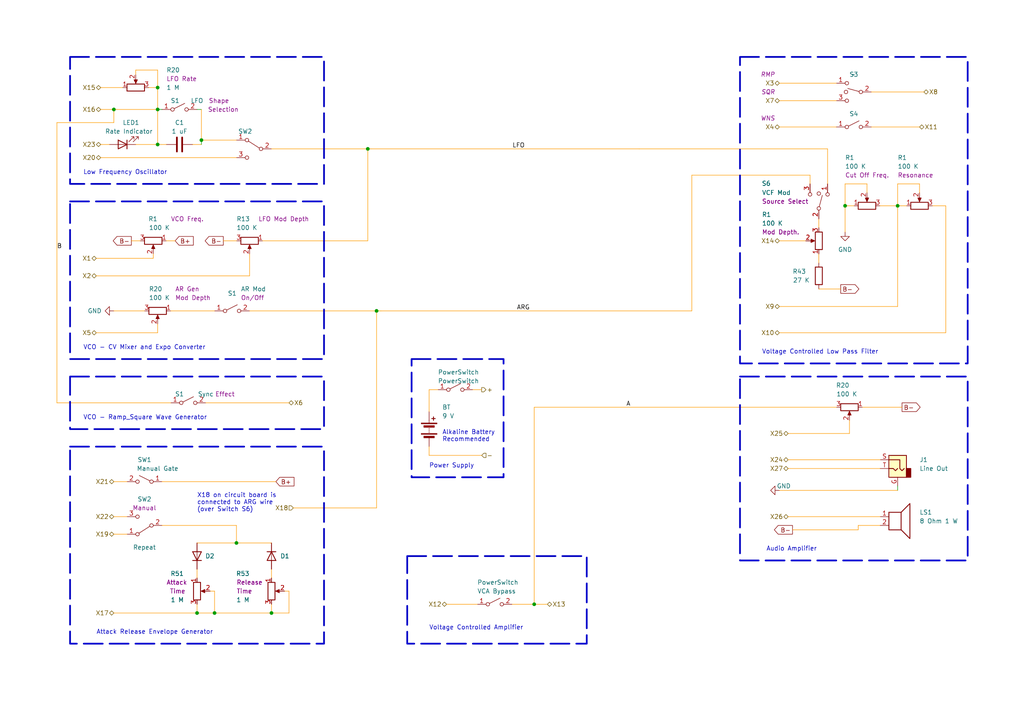
<source format=kicad_sch>
(kicad_sch (version 20230121) (generator eeschema)
  (paper "A4")
  (title_block (title "Front Panel") (rev "0.6") (company "Music From Outer Space LLC") (comment 1 "Licence: CC-BY-NC-SA") (comment 2 "Original Design by Ray Wilson") (comment 3 "http://musicfromouterspace.com/analogsynth_new/NOISETOASTER/NOISETOASTER.php"))
  (lib_symbols
    (symbol "Connector_Audio:AudioJack2_Ground"
      (property "Reference" "J" (at 0 8.89 0))
      (property "Value" "AudioJack2_Ground" (at 0 6.35 0))
      (symbol "AudioJack2_Ground_0_1"
        (rectangle (start -2.54 -2.54) (end -3.81 0) (stroke (width 0.254)) (fill (type outline)))
        (polyline (pts (xy 0 0) (xy 0.635 -0.635) (xy 1.27 0) (xy 2.54 0)) (stroke (width 0.254)))
        (polyline (pts (xy 2.54 2.54) (xy -0.635 2.54) (xy -0.635 0) (xy -1.27 -0.635) (xy -1.905 0)) (stroke (width 0.254)))
        (rectangle (start 2.54 3.81) (end -2.54 -2.54) (stroke (width 0.254)) (fill (type background)))
      )
      (symbol "AudioJack2_Ground_1_1"
        (pin passive line (at 0 -5.08 90) (length 2.54) (name "~") (number "G"))
        (pin passive line (at 5.08 2.54 180) (length 2.54) (name "~") (number "S"))
        (pin passive line (at 5.08 0 180) (length 2.54) (name "~") (number "T"))
      )
    )
    (symbol "Device:Battery" (pin_numbers hide) (pin_names (offset 0) hide)
      (property "Reference" "BT" (at 2.54 2.54 0))
      (property "Value" "Battery" (at 2.54 0 0))
      (symbol "Battery_0_1"
        (rectangle (start -2.286 -1.27) (end 2.286 -1.524) (fill (type outline)))
        (rectangle (start -2.286 1.778) (end 2.286 1.524) (fill (type outline)))
        (rectangle (start -1.524 -2.032) (end 1.524 -2.54) (fill (type outline)))
        (rectangle (start -1.524 1.016) (end 1.524 0.508) (fill (type outline)))
        (polyline (pts (xy 0 -1.016) (xy 0 -0.762)))
        (polyline (pts (xy 0 -0.508) (xy 0 -0.254)))
        (polyline (pts (xy 0 0) (xy 0 0.254)))
        (polyline (pts (xy 0 1.778) (xy 0 2.54)))
        (polyline (pts (xy 0.762 3.048) (xy 1.778 3.048)) (stroke (width 0.254)))
        (polyline (pts (xy 1.27 3.556) (xy 1.27 2.54)) (stroke (width 0.254)))
      )
      (symbol "Battery_1_1"
        (pin passive line (at 0 5.08 270) (length 2.54) (name "+") (number "1"))
        (pin passive line (at 0 -5.08 90) (length 2.54) (name "-") (number "2"))
      )
    )
    (symbol "Device:C" (pin_numbers hide) (pin_names (offset 0.254))
      (property "Reference" "C" (at 0.635 2.54 0))
      (property "Value" "C" (at 0.635 -2.54 0))
      (symbol "C_0_1"
        (polyline (pts (xy -2.032 -0.762) (xy 2.032 -0.762)) (stroke (width 0.508)))
        (polyline (pts (xy -2.032 0.762) (xy 2.032 0.762)) (stroke (width 0.508)))
      )
      (symbol "C_1_1"
        (pin passive line (at 0 3.81 270) (length 2.794) (name "~") (number "1"))
        (pin passive line (at 0 -3.81 90) (length 2.794) (name "~") (number "2"))
      )
    )
    (symbol "Device:D" (pin_numbers hide) (pin_names (offset 1.016) hide)
      (property "Reference" "D" (at 0 2.54 0))
      (property "Value" "D" (at 0 -2.54 0))
      (symbol "D_0_1"
        (polyline (pts (xy -1.27 1.27) (xy -1.27 -1.27)) (stroke (width 0.254)))
        (polyline (pts (xy 1.27 0) (xy -1.27 0)))
        (polyline (pts (xy 1.27 1.27) (xy 1.27 -1.27) (xy -1.27 0) (xy 1.27 1.27)) (stroke (width 0.254)))
      )
      (symbol "D_1_1"
        (pin passive line (at -3.81 0 0) (length 2.54) (name "K") (number "1"))
        (pin passive line (at 3.81 0 180) (length 2.54) (name "A") (number "2"))
      )
    )
    (symbol "Device:LED" (pin_numbers hide) (pin_names (offset 1.016) hide)
      (property "Reference" "D" (at 0 2.54 0))
      (property "Value" "LED" (at 0 -2.54 0))
      (symbol "LED_0_1"
        (polyline (pts (xy -1.27 -1.27) (xy -1.27 1.27)) (stroke (width 0.254)))
        (polyline (pts (xy -1.27 0) (xy 1.27 0)))
        (polyline (pts (xy 1.27 -1.27) (xy 1.27 1.27) (xy -1.27 0) (xy 1.27 -1.27)) (stroke (width 0.254)))
        (polyline (pts (xy -3.048 -0.762) (xy -4.572 -2.286) (xy -3.81 -2.286) (xy -4.572 -2.286) (xy -4.572 -1.524)))
        (polyline (pts (xy -1.778 -0.762) (xy -3.302 -2.286) (xy -2.54 -2.286) (xy -3.302 -2.286) (xy -3.302 -1.524)))
      )
      (symbol "LED_1_1"
        (pin passive line (at -3.81 0 0) (length 2.54) (name "K") (number "1"))
        (pin passive line (at 3.81 0 180) (length 2.54) (name "A") (number "2"))
      )
    )
    (symbol "Device:R" (pin_numbers hide) (pin_names (offset 0))
      (property "Reference" "R" (at 2.032 0 90))
      (property "Value" "R" (at 0 0 90))
      (symbol "R_0_1"
        (rectangle (start -1.016 -2.54) (end 1.016 2.54) (stroke (width 0.254)))
      )
      (symbol "R_1_1"
        (pin passive line (at 0 3.81 270) (length 1.27) (name "~") (number "1"))
        (pin passive line (at 0 -3.81 90) (length 1.27) (name "~") (number "2"))
      )
    )
    (symbol "Device:R_Potentiometer" (pin_names (offset 1.016) hide)
      (property "Reference" "RV" (at -4.445 0 90))
      (property "Value" "R_Potentiometer" (at -2.54 0 90))
      (symbol "R_Potentiometer_0_1"
        (polyline (pts (xy 2.54 0) (xy 1.524 0)))
        (polyline (pts (xy 1.143 0) (xy 2.286 0.508) (xy 2.286 -0.508) (xy 1.143 0)) (fill (type outline)))
        (rectangle (start 1.016 2.54) (end -1.016 -2.54) (stroke (width 0.254)))
      )
      (symbol "R_Potentiometer_1_1"
        (pin passive line (at 0 3.81 270) (length 1.27) (name "1") (number "1"))
        (pin passive line (at 3.81 0 180) (length 1.27) (name "2") (number "2"))
        (pin passive line (at 0 -3.81 90) (length 1.27) (name "3") (number "3"))
      )
    )
    (symbol "Device:Speaker" (pin_names (offset 0) hide)
      (property "Reference" "LS" (at 1.27 5.715 0))
      (property "Value" "Speaker" (at 1.27 3.81 0))
      (symbol "Speaker_0_0"
        (rectangle (start -2.54 1.27) (end 1.016 -3.81) (stroke (width 0.254)))
        (polyline (pts (xy 1.016 1.27) (xy 3.556 3.81) (xy 3.556 -6.35) (xy 1.016 -3.81)) (stroke (width 0.254)))
      )
      (symbol "Speaker_1_1"
        (pin input line (at -5.08 0 0) (length 2.54) (name "1") (number "1"))
        (pin input line (at -5.08 -2.54 0) (length 2.54) (name "2") (number "2"))
      )
    )
    (symbol "Switch:SW_SPDT" (pin_names (offset 0) hide)
      (property "Reference" "SW" (at 0 4.318 0))
      (property "Value" "SW_SPDT" (at 0 -5.08 0))
      (symbol "SW_SPDT_0_0"
        (circle (center -2.032 0) (radius 0.508))
        (circle (center 2.032 -2.54) (radius 0.508))
      )
      (symbol "SW_SPDT_0_1"
        (polyline (pts (xy -1.524 0.254) (xy 1.651 2.286)))
        (circle (center 2.032 2.54) (radius 0.508))
      )
      (symbol "SW_SPDT_1_1"
        (pin passive line (at 5.08 2.54 180) (length 2.54) (name "A") (number "1"))
        (pin passive line (at -5.08 0 0) (length 2.54) (name "B") (number "2"))
        (pin passive line (at 5.08 -2.54 180) (length 2.54) (name "C") (number "3"))
      )
    )
    (symbol "Switch:SW_SPDT_MSM" (pin_names (offset 0) hide)
      (property "Reference" "SW" (at 0 5.08 0))
      (property "Value" "SW_SPDT_MSM" (at 0 -5.08 0))
      (symbol "SW_SPDT_MSM_0_0"
        (circle (center -2.032 0) (radius 0.508))
        (polyline (pts (xy -1.524 0.127) (xy 1.778 1.016)))
        (circle (center 2.032 -2.54) (radius 0.508))
      )
      (symbol "SW_SPDT_MSM_0_1"
        (circle (center 2.032 2.54) (radius 0.508))
        (circle (center 2.286 0) (radius 0.508))
      )
      (symbol "SW_SPDT_MSM_1_1"
        (pin passive line (at 5.08 2.54 180) (length 2.54) (name "1") (number "1"))
        (pin passive line (at -5.08 0 0) (length 2.54) (name "2") (number "2"))
        (pin passive line (at 5.08 -2.54 180) (length 2.54) (name "3") (number "3"))
      )
    )
    (symbol "Switch:SW_SPST" (pin_names (offset 0) hide)
      (property "Reference" "SW" (at 0 3.175 0))
      (property "Value" "SW_SPST" (at 0 -2.54 0))
      (symbol "SW_SPST_0_0"
        (circle (center -2.032 0) (radius 0.508))
        (polyline (pts (xy -1.524 0.254) (xy 1.524 1.778)))
        (circle (center 2.032 0) (radius 0.508))
      )
      (symbol "SW_SPST_1_1"
        (pin passive line (at -5.08 0 0) (length 2.54) (name "A") (number "1"))
        (pin passive line (at 5.08 0 180) (length 2.54) (name "B") (number "2"))
      )
    )
    (symbol "power:GND" (power) (pin_names (offset 0))
      (property "Value" "GND" (at 0 -3.81 0))
      (symbol "GND_0_1"
        (polyline (pts (xy 0 0) (xy 0 -1.27) (xy 1.27 -1.27) (xy 0 -2.54) (xy -1.27 -1.27) (xy 0 -1.27)))
      )
      (symbol "GND_1_1"
        (pin power_in line (at 0 0 270) (length 0) hide (name "GND") (number "1"))
      )
    )
  )
  (junction (at 45.72 25.4))
  (junction (at 245.11 59.69))
  (junction (at 45.72 31.75))
  (junction (at 109.22 90.17))
  (junction (at 45.72 41.91))
  (junction (at 33.02 31.75))
  (junction (at 68.58 157.48))
  (junction (at 58.42 40.64))
  (junction (at 62.23 177.8))
  (junction (at 57.15 177.8))
  (junction (at 78.74 177.8))
  (junction (at 260.35 59.69))
  (junction (at 106.68 43.18))
  (junction (at 154.94 175.26))
  (wire (pts (xy 226.06 69.85) (xy 233.68 69.85)) (stroke (width 0) (color 255 153 0 1)))
  (wire (pts (xy 185.42 43.18) (xy 106.68 43.18)) (stroke (width 0) (color 255 153 0 1)))
  (wire (pts (xy 72.39 90.17) (xy 109.22 90.17)) (stroke (width 0) (color 255 157 0 1)))
  (wire (pts (xy 59.69 116.84) (xy 83.82 116.84)) (stroke (width 0) (color 255 153 0 1)))
  (wire (pts (xy 83.82 171.45) (xy 83.82 177.8)) (stroke (width 0) (color 255 153 0 1)))
  (wire (pts (xy 76.2 69.85) (xy 106.68 69.85)) (stroke (width 0) (color 255 157 0 1)))
  (wire (pts (xy 62.23 177.8) (xy 78.74 177.8)) (stroke (width 0) (color 255 153 0 1)))
  (wire (pts (xy 68.58 157.48) (xy 78.74 157.48)) (stroke (width 0) (color 255 153 0 1)))
  (wire (pts (xy 27.94 80.01) (xy 72.39 80.01)) (stroke (width 0) (color 255 153 0 1)))
  (wire (pts (xy 27.94 74.93) (xy 44.45 74.93)) (stroke (width 0) (color 255 153 0 1)))
  (wire (pts (xy 109.22 147.32) (xy 109.22 90.17)) (stroke (width 0) (color 255 157 0 1)))
  (wire (pts (xy 33.02 31.75) (xy 33.02 35.56)) (stroke (width 0) (color 255 157 0 1)))
  (wire (pts (xy 237.49 73.66) (xy 237.49 76.2)) (stroke (width 0) (color 255 153 0 1)))
  (wire (pts (xy 60.96 171.45) (xy 62.23 171.45)) (stroke (width 0) (color 255 153 0 1)))
  (wire (pts (xy 240.03 43.18) (xy 240.03 53.34)) (stroke (width 0) (color 255 153 0 1)))
  (wire (pts (xy 57.15 31.75) (xy 58.42 31.75)))
  (wire (pts (xy 226.06 96.52) (xy 274.32 96.52)) (stroke (width 0) (color 255 153 0 1)))
  (wire (pts (xy 82.55 171.45) (xy 83.82 171.45)) (stroke (width 0) (color 255 153 0 1)))
  (wire (pts (xy 154.94 118.11) (xy 242.57 118.11)) (stroke (width 0) (color 255 157 0 1)))
  (wire (pts (xy 226.06 24.13) (xy 242.57 24.13)) (stroke (width 0) (color 255 153 0 1)))
  (wire (pts (xy 226.06 142.24) (xy 260.35 142.24)) (stroke (width 0) (color 255 153 0 1)))
  (wire (pts (xy 270.51 59.69) (xy 274.32 59.69)) (stroke (width 0) (color 255 153 0 1)))
  (wire (pts (xy 226.06 29.21) (xy 242.57 29.21)) (stroke (width 0) (color 255 153 0 1)))
  (wire (pts (xy 110.49 90.17) (xy 200.66 90.17)) (stroke (width 0) (color 255 153 0 1)))
  (wire (pts (xy 228.6 133.35) (xy 255.27 133.35)) (stroke (width 0) (color 255 153 0 1)))
  (wire (pts (xy 78.74 177.8) (xy 83.82 177.8)) (stroke (width 0) (color 255 153 0 1)))
  (wire (pts (xy 78.74 43.18) (xy 106.68 43.18)) (stroke (width 0) (color 255 157 0 1)))
  (wire (pts (xy 68.58 69.85) (xy 64.77 69.85)) (stroke (width 0) (color 255 153 0 1)))
  (wire (pts (xy 129.54 175.26) (xy 138.43 175.26)) (stroke (width 0) (color 255 153 0 1)))
  (wire (pts (xy 200.66 50.8) (xy 234.95 50.8)) (stroke (width 0) (color 255 157 0 1)))
  (wire (pts (xy 33.02 177.8) (xy 57.15 177.8)) (stroke (width 0) (color 255 153 0 1)))
  (wire (pts (xy 248.92 153.67) (xy 248.92 152.4)) (stroke (width 0) (color 255 153 0 1)))
  (wire (pts (xy 16.51 116.84) (xy 49.53 116.84)) (stroke (width 0) (color 255 157 0 1)))
  (wire (pts (xy 45.72 25.4) (xy 43.18 25.4)) (stroke (width 0) (color 255 153 0 1)))
  (wire (pts (xy 248.92 152.4) (xy 255.27 152.4)) (stroke (width 0) (color 255 153 0 1)))
  (wire (pts (xy 62.23 171.45) (xy 62.23 177.8)) (stroke (width 0) (color 255 153 0 1)))
  (wire (pts (xy 33.02 90.17) (xy 41.91 90.17)) (stroke (width 0) (color 255 153 0 1)))
  (wire (pts (xy 185.42 43.18) (xy 240.03 43.18)) (stroke (width 0) (color 255 157 0 1)))
  (wire (pts (xy 58.42 31.75) (xy 58.42 40.64)) (stroke (width 0) (color 255 153 0 1)))
  (wire (pts (xy 226.06 88.9) (xy 260.35 88.9)) (stroke (width 0) (color 255 153 0 1)))
  (wire (pts (xy 39.37 21.59) (xy 39.37 20.32)) (stroke (width 0) (color 255 153 0 1)))
  (wire (pts (xy 39.37 41.91) (xy 45.72 41.91)) (stroke (width 0) (color 255 153 0 1)))
  (wire (pts (xy 237.49 83.82) (xy 243.84 83.82)) (stroke (width 0) (color 255 153 0 1)))
  (wire (pts (xy 148.59 175.26) (xy 154.94 175.26)) (stroke (width 0) (color 255 153 0 1)))
  (wire (pts (xy 226.06 36.83) (xy 242.57 36.83)) (stroke (width 0) (color 255 153 0 1)))
  (wire (pts (xy 248.92 153.67) (xy 229.87 153.67)) (stroke (width 0) (color 255 153 0 1)))
  (wire (pts (xy 45.72 96.52) (xy 45.72 93.98)) (stroke (width 0) (color 255 153 0 1)))
  (wire (pts (xy 46.99 152.4) (xy 68.58 152.4)) (stroke (width 0) (color 255 153 0 1)))
  (wire (pts (xy 124.46 113.03) (xy 127 113.03)) (stroke (width 0) (color 255 153 0 1)))
  (wire (pts (xy 45.72 25.4) (xy 45.72 31.75)) (stroke (width 0) (color 255 153 0 1)))
  (wire (pts (xy 228.6 135.89) (xy 255.27 135.89)) (stroke (width 0) (color 255 153 0 1)))
  (wire (pts (xy 78.74 165.1) (xy 78.74 167.64)) (stroke (width 0) (color 255 153 0 1)))
  (wire (pts (xy 78.74 175.26) (xy 78.74 177.8)) (stroke (width 0) (color 255 153 0 1)))
  (wire (pts (xy 245.11 53.34) (xy 245.11 59.69)) (stroke (width 0) (color 255 153 0 1)))
  (wire (pts (xy 45.72 31.75) (xy 46.99 31.75)))
  (wire (pts (xy 57.15 177.8) (xy 62.23 177.8)) (stroke (width 0) (color 255 153 0 1)))
  (wire (pts (xy 33.02 149.86) (xy 36.83 149.86)) (stroke (width 0) (color 255 153 0 1)))
  (wire (pts (xy 58.42 40.64) (xy 68.58 40.64)) (stroke (width 0) (color 255 153 0 1)))
  (wire (pts (xy 274.32 96.52) (xy 274.32 59.69)) (stroke (width 0) (color 255 153 0 1)))
  (wire (pts (xy 72.39 80.01) (xy 72.39 73.66)) (stroke (width 0) (color 255 153 0 1)))
  (wire (pts (xy 46.99 139.7) (xy 80.01 139.7)) (stroke (width 0) (color 255 153 0 1)))
  (wire (pts (xy 58.42 41.91) (xy 55.88 41.91)) (stroke (width 0) (color 255 153 0 1)))
  (wire (pts (xy 260.35 88.9) (xy 260.35 59.69)) (stroke (width 0) (color 255 153 0 1)))
  (wire (pts (xy 16.51 35.56) (xy 16.51 116.84)) (stroke (width 0) (color 255 157 0 1)))
  (wire (pts (xy 228.6 149.86) (xy 255.27 149.86)) (stroke (width 0) (color 255 153 0 1)))
  (wire (pts (xy 45.72 31.75) (xy 45.72 41.91)) (stroke (width 0) (color 255 153 0 1)))
  (wire (pts (xy 57.15 165.1) (xy 57.15 167.64)) (stroke (width 0) (color 255 153 0 1)))
  (wire (pts (xy 29.21 45.72) (xy 68.58 45.72)) (stroke (width 0) (color 255 153 0 1)))
  (wire (pts (xy 251.46 53.34) (xy 245.11 53.34)) (stroke (width 0) (color 255 153 0 1)))
  (wire (pts (xy 85.09 147.32) (xy 109.22 147.32)) (stroke (width 0) (color 255 157 0 1)))
  (wire (pts (xy 260.35 59.69) (xy 262.89 59.69)) (stroke (width 0) (color 255 153 0 1)))
  (wire (pts (xy 200.66 50.8) (xy 200.66 90.17)) (stroke (width 0) (color 255 157 0 1)))
  (wire (pts (xy 124.46 119.38) (xy 124.46 113.03)) (stroke (width 0) (color 255 153 0 1)))
  (wire (pts (xy 266.7 55.88) (xy 266.7 53.34)) (stroke (width 0) (color 255 153 0 1)))
  (wire (pts (xy 251.46 55.88) (xy 251.46 53.34)) (stroke (width 0) (color 255 153 0 1)))
  (wire (pts (xy 234.95 50.8) (xy 234.95 53.34)) (stroke (width 0) (color 255 153 0 1)))
  (wire (pts (xy 245.11 59.69) (xy 245.11 67.31)) (stroke (width 0) (color 255 153 0 1)))
  (wire (pts (xy 29.21 41.91) (xy 31.75 41.91)) (stroke (width 0) (color 255 153 0 1)))
  (wire (pts (xy 246.38 125.73) (xy 246.38 121.92)) (stroke (width 0) (color 255 153 0 1)))
  (wire (pts (xy 68.58 152.4) (xy 68.58 157.48)) (stroke (width 0) (color 255 153 0 1)))
  (wire (pts (xy 106.68 43.18) (xy 106.68 69.85)) (stroke (width 0) (color 255 157 0 1)))
  (wire (pts (xy 57.15 157.48) (xy 68.58 157.48)) (stroke (width 0) (color 255 153 0 1)))
  (wire (pts (xy 27.94 96.52) (xy 45.72 96.52)) (stroke (width 0) (color 255 153 0 1)))
  (wire (pts (xy 33.02 35.56) (xy 16.51 35.56)) (stroke (width 0) (color 255 157 0 1)))
  (wire (pts (xy 266.7 53.34) (xy 260.35 53.34)) (stroke (width 0) (color 255 153 0 1)))
  (wire (pts (xy 50.8 69.85) (xy 48.26 69.85)) (stroke (width 0) (color 255 153 0 1)))
  (wire (pts (xy 252.73 26.67) (xy 267.97 26.67)) (stroke (width 0) (color 255 153 0 1)))
  (wire (pts (xy 33.02 154.94) (xy 36.83 154.94)) (stroke (width 0) (color 255 153 0 1)))
  (wire (pts (xy 109.22 90.17) (xy 110.49 90.17)) (stroke (width 0) (color 255 157 0 1)))
  (wire (pts (xy 154.94 175.26) (xy 158.75 175.26)) (stroke (width 0) (color 255 157 0 1)))
  (wire (pts (xy 57.15 175.26) (xy 57.15 177.8)) (stroke (width 0) (color 255 153 0 1)))
  (wire (pts (xy 40.64 69.85) (xy 38.1 69.85)) (stroke (width 0) (color 255 153 0 1)))
  (wire (pts (xy 124.46 132.08) (xy 139.7 132.08)) (stroke (width 0) (color 255 153 0 1)))
  (wire (pts (xy 252.73 36.83) (xy 266.7 36.83)) (stroke (width 0) (color 255 153 0 1)))
  (wire (pts (xy 245.11 59.69) (xy 247.65 59.69)) (stroke (width 0) (color 255 153 0 1)))
  (wire (pts (xy 33.02 139.7) (xy 36.83 139.7)) (stroke (width 0) (color 255 153 0 1)))
  (wire (pts (xy 45.72 20.32) (xy 45.72 25.4)) (stroke (width 0) (color 255 153 0 1)))
  (wire (pts (xy 29.21 25.4) (xy 35.56 25.4)) (stroke (width 0) (color 255 153 0 1)))
  (wire (pts (xy 237.49 63.5) (xy 237.49 66.04)) (stroke (width 0) (color 255 153 0 1)))
  (wire (pts (xy 45.72 41.91) (xy 48.26 41.91)) (stroke (width 0) (color 255 153 0 1)))
  (wire (pts (xy 58.42 40.64) (xy 58.42 41.91)))
  (wire (pts (xy 250.19 118.11) (xy 261.62 118.11)) (stroke (width 0) (color 255 153 0 1)))
  (wire (pts (xy 44.45 73.66) (xy 44.45 74.93)) (stroke (width 0) (color 255 153 0 1)))
  (wire (pts (xy 154.94 118.11) (xy 154.94 175.26)) (stroke (width 0) (color 255 157 0 1)))
  (wire (pts (xy 255.27 59.69) (xy 260.35 59.69)) (stroke (width 0) (color 255 153 0 1)))
  (wire (pts (xy 260.35 142.24) (xy 260.35 140.97)))
  (wire (pts (xy 33.02 31.75) (xy 45.72 31.75)) (stroke (width 0) (color 255 153 0 1)))
  (wire (pts (xy 29.21 31.75) (xy 33.02 31.75)) (stroke (width 0) (color 255 153 0 1)))
  (wire (pts (xy 260.35 53.34) (xy 260.35 59.69)) (stroke (width 0) (color 255 153 0 1)))
  (wire (pts (xy 49.53 90.17) (xy 62.23 90.17)) (stroke (width 0) (color 255 153 0 1)))
  (wire (pts (xy 124.46 132.08) (xy 124.46 129.54)) (stroke (width 0) (color 255 153 0 1)))
  (wire (pts (xy 39.37 20.32) (xy 45.72 20.32)) (stroke (width 0) (color 255 153 0 1)))
  (wire (pts (xy 228.6 125.73) (xy 246.38 125.73)) (stroke (width 0) (color 255 153 0 1)))
  (wire (pts (xy 137.16 113.03) (xy 139.7 113.03)) (stroke (width 0) (color 255 153 0 1)))
  (rectangle (start 20.32 58.42) (end 93.98 104.14) (stroke (width 0.5) (type dash)))
  (rectangle (start 20.32 16.51) (end 93.98 53.34) (stroke (width 0.5) (type dash)))
  (rectangle (start 119.38 104.14) (end 146.05 138.43) (stroke (width 0.5) (type dash)))
  (rectangle (start 20.32 109.22) (end 93.98 124.46) (stroke (width 0.5) (type dash)))
  (rectangle (start 20.32 129.54) (end 93.98 186.69) (stroke (width 0.5) (type dash)))
  (rectangle (start 214.63 109.22) (end 280.67 162.56) (stroke (width 0.5) (type dash)))
  (rectangle (start 118.11 161.29) (end 170.18 186.69) (stroke (width 0.5) (type dash)))
  (rectangle (start 214.63 16.51) (end 280.67 105.41) (stroke (width 0.5) (type dash)))
  (text "Audio Amplifier" (at 222.25 160.02 0) (effects (font (size 1.27 1.27)) (justify left bottom)))
  (text "Voltage Controlled Amplifier" (at 124.46 182.88 0) (effects (font (size 1.27 1.27)) (justify left bottom)))
  (text "Alkaline Battery\nRecommended" (at 128.27 128.27 0) (effects (font (size 1.27 1.27)) (justify left bottom)))
  (text "Power Supply" (at 124.46 135.89 0) (effects (font (size 1.27 1.27)) (justify left bottom)))
  (text "X18 on circuit board is\nconnected to ARG wire \n(over Switch S6)" (at 57.15 148.59 0) (effects (font (size 1.27 1.27)) (justify left bottom)))
  (text "Low Frequency Oscillator" (at 24.13 50.8 0) (effects (font (size 1.27 1.27)) (justify left bottom)))
  (text "Voltage Controlled Low Pass Filter" (at 220.98 102.87 0) (effects (font (size 1.27 1.27)) (justify left bottom)))
  (text "VCO - CV Mixer and Expo Converter" (at 24.13 101.6 0) (effects (font (size 1.27 1.27)) (justify left bottom)))
  (text "Attack Release Envelope Generator" (at 27.94 184.15 0) (effects (font (size 1.27 1.27)) (justify left bottom)))
  (text "VCO - Ramp_Square Wave Generator" (at 24.13 121.92 0) (effects (font (size 1.27 1.27)) (justify left bottom)))
  (label "ARG" (at 149.86 90.17 0))
  (label "B" (at 16.51 72.39 0))
  (label "LFO" (at 148.59 43.18 0))
  (label "A" (at 181.61 118.11 0))
  (global_label "B-" (shape output) (at 229.87 153.67 180) (property "Intersheetrefs" "${INTERSHEET_REFS}" (effects hide)))
  (global_label "B+" (shape input) (at 80.01 139.7 0) (property "Intersheetrefs" "${INTERSHEET_REFS}" (effects hide)))
  (global_label "B-" (shape output) (at 243.84 83.82 0) (property "Intersheetrefs" "${INTERSHEET_REFS}" (effects hide)))
  (global_label "B-" (shape output) (at 38.1 69.85 180) (property "Intersheetrefs" "${INTERSHEET_REFS}" (effects hide)))
  (global_label "B-" (shape output) (at 261.62 118.11 0) (property "Intersheetrefs" "${INTERSHEET_REFS}" (effects hide)))
  (global_label "B+" (shape input) (at 50.8 69.85 0) (property "Intersheetrefs" "${INTERSHEET_REFS}" (effects hide)))
  (global_label "B-" (shape output) (at 64.77 69.85 180) (property "Intersheetrefs" "${INTERSHEET_REFS}" (effects hide)))
  (hierarchical_label "X13" (shape bidirectional) (at 158.75 175.26 0))
  (hierarchical_label "X16" (shape bidirectional) (at 29.21 31.75 180))
  (hierarchical_label "X25" (shape bidirectional) (at 228.6 125.73 180))
  (hierarchical_label "X26" (shape bidirectional) (at 228.6 149.86 180))
  (hierarchical_label "X21" (shape bidirectional) (at 33.02 139.7 180))
  (hierarchical_label "X5" (shape bidirectional) (at 27.94 96.52 180))
  (hierarchical_label "X22" (shape bidirectional) (at 33.02 149.86 180))
  (hierarchical_label "X10" (shape bidirectional) (at 226.06 96.52 180))
  (hierarchical_label "X18" (shape input) (at 85.09 147.32 180))
  (hierarchical_label "X14" (shape bidirectional) (at 226.06 69.85 180))
  (hierarchical_label "X23" (shape bidirectional) (at 29.21 41.91 180))
  (hierarchical_label "X20" (shape bidirectional) (at 29.21 45.72 180))
  (hierarchical_label "X2" (shape bidirectional) (at 27.94 80.01 180))
  (hierarchical_label "X4" (shape bidirectional) (at 226.06 36.83 180) (property "Wert" "WNS" (at 224.79 34.29 0) (effects (font italic) (justify right))))
  (hierarchical_label "+" (shape output) (at 139.7 113.03 0))
  (hierarchical_label "X24" (shape bidirectional) (at 228.6 133.35 180))
  (hierarchical_label "X3" (shape bidirectional) (at 226.06 24.13 180) (property "Wert" "RMP" (at 224.79 21.59 0) (effects (font italic) (justify right))))
  (hierarchical_label "X6" (shape bidirectional) (at 83.82 116.84 0))
  (hierarchical_label "X12" (shape bidirectional) (at 129.54 175.26 180))
  (hierarchical_label "X19" (shape bidirectional) (at 33.02 154.94 180))
  (hierarchical_label "X11" (shape bidirectional) (at 266.7 36.83 0))
  (hierarchical_label "X7" (shape bidirectional) (at 226.06 29.21 180) (property "Wert" "SQR" (at 224.79 26.67 0) (effects (font italic) (justify right))))
  (hierarchical_label "X9" (shape bidirectional) (at 226.06 88.9 180))
  (hierarchical_label "-" (shape input) (at 139.7 132.08 0))
  (hierarchical_label "X1" (shape bidirectional) (at 27.94 74.93 180))
  (hierarchical_label "X15" (shape bidirectional) (at 29.21 25.4 180))
  (hierarchical_label "X17" (shape bidirectional) (at 33.02 177.8 180))
  (hierarchical_label "X27" (shape bidirectional) (at 228.6 135.89 180))
  (hierarchical_label "X8" (shape bidirectional) (at 267.97 26.67 0))
  (symbol (lib_id "Switch:SW_SPST") (at 52.07 31.75 0) (unit 1) (on_board no)
    (property "Reference" "S1" (at 50.8 29.21 0))
    (property "Value" "LFO" (at 57.15 29.21 0))
    (property "Feld4" "Shape" (at 63.5 29.21 0))
    (property "Feld5" "Selection" (at 64.77 31.75 0))
    (instances (project "Noise Toaster PCB" (path "" (reference "S1") (unit 1)) (path "" (reference "S7") (unit 1)) (path "" (reference "S7") (unit 1)) (path "" (reference "S7") (unit 1))))
  )
  (symbol (lib_id "Device:D") (at 57.15 161.29 90) (unit 1) (on_board no)
    (property "Reference" "D2" (at 62.23 161.29 90) (effects (justify left)))
    (property "Value" "D" (effects hide))
    (property "Sim.Device" "D" (effects hide))
    (property "Sim.Pins" "1=K 2=A" (effects hide))
  )
  (symbol (lib_id "Switch:SW_SPDT") (at 41.91 152.4 180) (unit 1) (on_board no)
    (property "Reference" "SW2" (at 41.91 144.78 0))
    (property "Value" "Repeat" (at 41.91 158.75 0))
    (property "Wert 2" "Manual" (at 41.91 147.32 0))
    (instances (project "Noise Toaster PCB" (path "" (reference "SW2") (unit 1)) (path "" (reference "S8") (unit 1)) (path "" (reference "S8") (unit 1)) (path "" (reference "S8") (unit 1))))
  )
  (symbol (lib_id "Device:C") (at 52.07 41.91 90) (unit 1) (on_board no)
    (property "Reference" "C1" (at 52.07 35.56 90))
    (property "Value" "1 uF" (at 52.07 38.1 90))
    (instances (project "Noise Toaster PCB" (path "" (reference "C1") (unit 1)) (path "" (reference "C17") (unit 1)) (path "" (reference "C17") (unit 1)) (path "" (reference "C17") (unit 1))))
  )
  (symbol (lib_id "Switch:SW_SPDT_MSM") (at 247.65 26.67 0) (mirror y) (unit 1) (on_board no)
    (property "Reference" "S3" (at 247.65 21.59 0))
    (property "Value" "~" (at 247.523 21.59 0))
  )
  (symbol (lib_id "Switch:SW_SPST") (at 143.51 175.26 0) (unit 1) (on_board no)
    (property "Reference" "PowerSwitch" (at 138.43 168.91 0) (effects (justify left)))
    (property "Value" "VCA Bypass" (at 138.43 171.45 0) (effects (justify left)))
    (instances (project "Noise Toaster PCB" (path "" (reference "PowerSwitch") (unit 1)) (path "" (reference "PowerSwitch1") (unit 1)) (path "" (reference "S5") (unit 1))))
  )
  (symbol (lib_id "power:GND") (at 33.02 90.17 270) (unit 1)
    (property "Reference" "#PWR03" (effects hide))
    (property "Value" "GND" (at 25.4 90.17 90) (effects (justify left)))
  )
  (symbol (lib_id "Switch:SW_SPST") (at 247.65 36.83 0) (unit 1) (on_board no)
    (property "Reference" "S4" (at 247.65 33.02 0))
    (property "Value" "SW_SPST" (effects hide))
  )
  (symbol (lib_id "Switch:SW_SPDT_MSM") (at 237.49 58.42 270) (mirror x) (unit 1) (on_board no)
    (property "Reference" "S6" (at 222.25 53.213 90))
    (property "Value" "VCF Mod " (at 220.98 55.88 90) (effects (justify left)))
    (property "Wert2" "Source Select" (at 220.98 58.42 90) (effects (justify left)))
  )
  (symbol (lib_id "Device:R_Potentiometer") (at 57.15 171.45 0) (unit 1) (on_board no)
    (property "Reference" "R51" (at 53.34 166.37 0) (effects (justify right)))
    (property "Value" "1 M" (at 53.34 173.99 0) (effects (justify right)))
    (property "Beschreibung" "Attack" (at 48.26 168.91 0) (effects (justify left)))
    (property "Beschreibung2" " Time" (at 48.26 171.45 0) (effects (justify left)))
  )
  (symbol (lib_id "Device:Battery") (at 124.46 124.46 0) (unit 1) (on_board no)
    (property "Reference" "BT" (at 128.27 118.11 0) (effects (justify left)))
    (property "Value" "9 V" (at 128.27 120.65 0) (effects (justify left)))
    (instances (project "Noise Toaster PCB" (path "" (reference "BT") (unit 1)) (path "" (reference "BT1") (unit 1)) (path "" (reference "BT1") (unit 1))))
  )
  (symbol (lib_id "Device:LED") (at 35.56 41.91 180) (unit 1) (on_board no)
    (property "Reference" "LED1" (at 35.56 35.56 0) (effects (justify right)))
    (property "Value" "Rate Indicator" (at 30.48 38.1 0) (effects (justify right)))
  )
  (symbol (lib_id "Switch:SW_SPST") (at 54.61 116.84 0) (unit 1) (on_board no)
    (property "Reference" "S1" (at 52.07 114.3 0))
    (property "Value" "Sync" (at 59.69 114.3 0))
    (property "Wert2" " Effect" (at 64.77 114.3 0))
    (instances (project "Noise Toaster PCB" (path "" (reference "S1") (unit 1)) (path "" (reference "S2") (unit 1)) (path "" (reference "S2") (unit 1)) (path "" (reference "S2") (unit 1))))
  )
  (symbol (lib_id "Connector_Audio:AudioJack2_Ground") (at 260.35 135.89 0) (mirror y) (unit 1) (on_board no)
    (property "Reference" "J1" (at 266.7 133.35 0) (effects (justify right)))
    (property "Value" "Line Out" (at 266.7 135.89 0) (effects (justify right)))
  )
  (symbol (lib_id "Device:R_Potentiometer") (at 237.49 69.85 180) (unit 1) (on_board no)
    (property "Reference" "R1" (at 220.98 62.23 0) (effects (justify right)))
    (property "Value" "100 K" (at 220.98 64.77 0) (effects (justify right)))
    (property "Beschreibung" "Mod Depth." (at 220.98 67.31 0) (effects (justify right)))
    (instances (project "Noise Toaster PCB" (path "" (reference "R1") (unit 1)) (path "" (reference "R38") (unit 1)) (path "" (reference "R38") (unit 1)) (path "" (reference "R38") (unit 1))))
  )
  (symbol (lib_id "Device:R_Potentiometer") (at 39.37 25.4 90) (unit 1) (on_board no)
    (property "Reference" "R20" (at 48.26 20.32 90) (effects (justify right)))
    (property "Value" "1 M" (at 48.26 25.4 90) (effects (justify right)))
    (property "Beschreibung" "LFO Rate" (at 48.26 22.86 90) (effects (justify right)))
    (instances (project "Noise Toaster PCB" (path "" (reference "R20") (unit 1)) (path "" (reference "R27") (unit 1)) (path "" (reference "R49") (unit 1)) (path "" (reference "R49") (unit 1))))
  )
  (symbol (lib_id "Device:R_Potentiometer") (at 72.39 69.85 270) (unit 1) (on_board no)
    (property "Reference" "R13" (at 68.58 63.5 90) (effects (justify left)))
    (property "Value" "100 K" (at 68.58 66.04 90) (effects (justify left)))
    (property "Beschreibung" "LFO Mod Depth" (at 74.93 63.5 90) (effects (justify left)))
  )
  (symbol (lib_id "Device:D") (at 78.74 161.29 270) (unit 1) (on_board no)
    (property "Reference" "D1" (at 81.28 161.29 90) (effects (justify left)))
    (property "Value" "D" (effects hide))
    (property "Sim.Device" "D" (effects hide))
    (property "Sim.Pins" "1=K 2=A" (effects hide))
    (instances (project "Noise Toaster PCB" (path "" (reference "D1") (unit 1)) (path "" (reference "D3") (unit 1)) (path "" (reference "D3") (unit 1)) (path "" (reference "D3") (unit 1))))
  )
  (symbol (lib_id "Device:R_Potentiometer") (at 251.46 59.69 90) (unit 1) (on_board no)
    (property "Reference" "R1" (at 245.11 45.72 90) (effects (justify right)))
    (property "Value" "100 K" (at 245.11 48.26 90) (effects (justify right)))
    (property "Beschreibung" "Cut Off Freq." (at 245.11 50.8 90) (effects (justify right)))
    (instances (project "Noise Toaster PCB" (path "" (reference "R1") (unit 1)) (path "" (reference "R28") (unit 1)) (path "" (reference "R28") (unit 1)) (path "" (reference "R28") (unit 1))))
  )
  (symbol (lib_id "Device:Speaker") (at 260.35 149.86 0) (unit 1) (on_board no)
    (property "Reference" "LS1" (at 266.7 148.59 0) (effects (justify left)))
    (property "Value" "8 Ohm 1 W" (at 266.7 151.13 0) (effects (justify left)))
    (instances (project "Noise Toaster PCB" (path "" (reference "LS1") (unit 1)) (path "" (reference "LS1") (unit 1)) (path "" (reference "SPK1") (unit 1))))
  )
  (symbol (lib_id "power:GND") (at 245.11 67.31 0) (unit 1)
    (property "Reference" "#PWR04" (effects hide))
    (property "Value" "GND" (at 245.11 72.39 0))
    (instances (project "Noise Toaster PCB" (path "" (reference "#PWR04") (unit 1)) (path "" (reference "#PWR08") (unit 1)) (path "" (reference "#PWR08") (unit 1)) (path "" (reference "#PWR08") (unit 1))))
  )
  (symbol (lib_id "Device:R") (at 237.49 80.01 180) (unit 1) (on_board no)
    (property "Reference" "R43" (at 229.87 78.74 0) (effects (justify right)))
    (property "Value" "27 K" (at 232.41 81.28 0))
  )
  (symbol (lib_id "Device:R_Potentiometer") (at 45.72 90.17 270) (unit 1) (on_board no)
    (property "Reference" "R20" (at 43.18 83.82 90) (effects (justify left)))
    (property "Value" "100 K" (at 43.18 86.36 90) (effects (justify left)))
    (property "Beschreibung" "AR Gen " (at 50.8 83.82 90) (effects (justify left)))
    (property "Beschreibung2" "Mod Depth" (at 50.8 86.36 90) (effects (justify left)))
  )
  (symbol (lib_id "Switch:SW_SPST") (at 132.08 113.03 0) (unit 1) (on_board no)
    (property "Reference" "PowerSwitch" (at 127 107.95 0) (effects (justify left)))
    (property "Value" "PowerSwitch" (at 127 110.49 0) (effects (justify left)))
    (instances (project "Noise Toaster PCB" (path "" (reference "PowerSwitch") (unit 1)) (path "" (reference "PowerSwitch1") (unit 1)) (path "" (reference "S11") (unit 1))))
  )
  (symbol (lib_id "Switch:SW_SPST") (at 67.31 90.17 0) (unit 1) (on_board no)
    (property "Reference" "S1" (at 66.04 85.09 0) (effects (justify left)))
    (property "Value" "AR Mod " (at 69.85 83.82 0) (effects (justify left)))
    (property "Wert2" "On/Off" (at 69.85 86.36 0) (effects (justify left)))
  )
  (symbol (lib_id "Switch:SW_SPST") (at 41.91 139.7 0) (mirror y) (unit 1) (on_board no)
    (property "Reference" "SW1" (at 41.91 133.35 0))
    (property "Value" "Manual Gate" (at 45.72 135.89 0))
    (instances (project "Noise Toaster PCB" (path "" (reference "SW1") (unit 1)) (path "" (reference "S10") (unit 1)) (path "" (reference "S10") (unit 1)) (path "" (reference "S10") (unit 1))))
  )
  (symbol (lib_id "Device:R_Potentiometer") (at 266.7 59.69 90) (unit 1) (on_board no)
    (property "Reference" "R1" (at 260.35 45.72 90) (effects (justify right)))
    (property "Value" "100 K" (at 260.35 48.26 90) (effects (justify right)))
    (property "Beschreibung" "Resonance" (at 260.35 50.8 90) (effects (justify right)))
    (instances (project "Noise Toaster PCB" (path "" (reference "R1") (unit 1)) (path "" (reference "R29") (unit 1)) (path "" (reference "R29") (unit 1)) (path "" (reference "R29") (unit 1))))
  )
  (symbol (lib_id "Device:R_Potentiometer") (at 44.45 69.85 270) (unit 1) (on_board no)
    (property "Reference" "R1" (at 45.72 63.5 90) (effects (justify right)))
    (property "Value" "100 K" (at 43.18 66.04 90) (effects (justify left)))
    (property "Beschreibung" "VCO Freq." (at 49.53 63.5 90) (effects (justify left)))
  )
  (symbol (lib_id "power:GND") (at 226.06 142.24 270) (unit 1)
    (property "Reference" "#PWR04" (effects hide))
    (property "Value" "GND" (at 227.33 140.97 90))
    (instances (project "Noise Toaster PCB" (path "" (reference "#PWR04") (unit 1)) (path "" (reference "#PWR05") (unit 1)) (path "" (reference "#PWR05") (unit 1)) (path "" (reference "#PWR05") (unit 1))))
  )
  (symbol (lib_id "Device:R_Potentiometer") (at 246.38 118.11 270) (unit 1) (on_board no)
    (property "Reference" "R20" (at 246.38 111.76 90) (effects (justify right)))
    (property "Value" "100 K" (at 242.57 114.3 90) (effects (justify left)))
    (instances (project "Noise Toaster PCB" (path "" (reference "R20") (unit 1)) (path "" (reference "R27") (unit 1)) (path "" (reference "R66") (unit 1)) (path "" (reference "R68") (unit 1)) (path "" (reference "R66") (unit 1))))
  )
  (symbol (lib_id "Switch:SW_SPDT") (at 73.66 43.18 0) (mirror y) (unit 1) (on_board no)
    (property "Reference" "SW2" (at 71.12 38.1 0))
    (instances (project "Noise Toaster PCB" (path "" (reference "SW2") (unit 1)) (path "" (reference "S8") (unit 1)) (path "" (reference "S9") (unit 1)) (path "" (reference "S9") (unit 1)) (path "" (reference "S9") (unit 1))))
  )
  (symbol (lib_id "Device:R_Potentiometer") (at 78.74 171.45 0) (unit 1) (on_board no)
    (property "Reference" "R53" (at 72.39 166.37 0) (effects (justify right)))
    (property "Value" "1 M" (at 72.39 173.99 0) (effects (justify right)))
    (property "Beschreibung" "Release" (at 68.58 168.91 0) (effects (justify left)))
    (property "Beschreibung2" "Time" (at 68.58 171.45 0) (effects (justify left)))
  )
)
</source>
